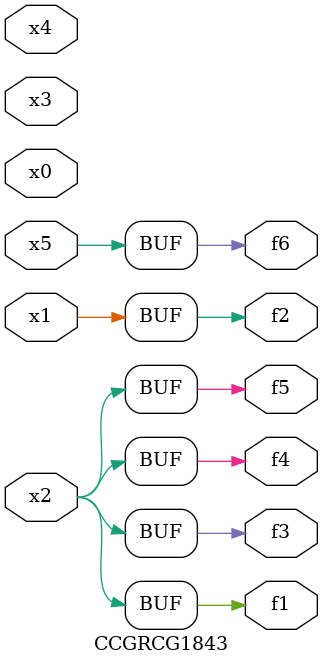
<source format=v>
module CCGRCG1843(
	input x0, x1, x2, x3, x4, x5,
	output f1, f2, f3, f4, f5, f6
);
	assign f1 = x2;
	assign f2 = x1;
	assign f3 = x2;
	assign f4 = x2;
	assign f5 = x2;
	assign f6 = x5;
endmodule

</source>
